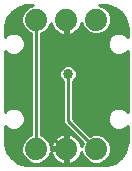
<source format=gbl>
G75*
%MOIN*%
%OFA0B0*%
%FSLAX25Y25*%
%IPPOS*%
%LPD*%
%AMOC8*
5,1,8,0,0,1.08239X$1,22.5*
%
%ADD10C,0.07400*%
%ADD11C,0.03400*%
%ADD12C,0.01000*%
D10*
X0015685Y0011000D03*
X0025685Y0011000D03*
X0035685Y0011000D03*
X0035685Y0054125D03*
X0025685Y0054125D03*
X0015685Y0054125D03*
D11*
X0020685Y0049125D03*
X0026310Y0036000D03*
X0042560Y0038500D03*
X0020685Y0015375D03*
D12*
X0012720Y0007036D02*
X0008639Y0007036D01*
X0009553Y0006372D02*
X0007528Y0007843D01*
X0006057Y0009868D01*
X0005283Y0012249D01*
X0005185Y0013500D01*
X0005185Y0018767D01*
X0006089Y0017863D01*
X0007449Y0017300D01*
X0008921Y0017300D01*
X0010281Y0017863D01*
X0011322Y0018904D01*
X0011885Y0020264D01*
X0011885Y0021736D01*
X0011322Y0023096D01*
X0010281Y0024137D01*
X0008921Y0024700D01*
X0007449Y0024700D01*
X0006089Y0024137D01*
X0005185Y0023233D01*
X0005185Y0043767D01*
X0006089Y0042863D01*
X0007449Y0042300D01*
X0008921Y0042300D01*
X0010281Y0042863D01*
X0011322Y0043904D01*
X0011885Y0045264D01*
X0011885Y0046736D01*
X0011322Y0048096D01*
X0010281Y0049137D01*
X0008921Y0049700D01*
X0007449Y0049700D01*
X0006089Y0049137D01*
X0005185Y0048233D01*
X0005185Y0051000D01*
X0005283Y0052251D01*
X0006057Y0054632D01*
X0007528Y0056657D01*
X0009553Y0058128D01*
X0011934Y0058902D01*
X0013185Y0059000D01*
X0014650Y0059000D01*
X0012909Y0058279D01*
X0011531Y0056901D01*
X0010785Y0055100D01*
X0010785Y0053150D01*
X0011531Y0051349D01*
X0012909Y0049971D01*
X0013985Y0049525D01*
X0013985Y0015600D01*
X0012909Y0015154D01*
X0011531Y0013776D01*
X0010785Y0011975D01*
X0010785Y0010025D01*
X0011531Y0008224D01*
X0012909Y0006846D01*
X0014710Y0006100D01*
X0016660Y0006100D01*
X0018461Y0006846D01*
X0019839Y0008224D01*
X0020577Y0010007D01*
X0020613Y0009782D01*
X0020866Y0009004D01*
X0021238Y0008275D01*
X0021719Y0007612D01*
X0022297Y0007034D01*
X0022960Y0006553D01*
X0023689Y0006181D01*
X0024467Y0005928D01*
X0025185Y0005814D01*
X0025185Y0010500D01*
X0026185Y0010500D01*
X0026185Y0005814D01*
X0026903Y0005928D01*
X0027681Y0006181D01*
X0028410Y0006553D01*
X0029073Y0007034D01*
X0029651Y0007612D01*
X0030132Y0008275D01*
X0030504Y0009004D01*
X0030757Y0009782D01*
X0030793Y0010007D01*
X0031531Y0008224D01*
X0032909Y0006846D01*
X0034710Y0006100D01*
X0036660Y0006100D01*
X0038461Y0006846D01*
X0039839Y0008224D01*
X0040585Y0010025D01*
X0040585Y0011975D01*
X0039839Y0013776D01*
X0038461Y0015154D01*
X0036660Y0015900D01*
X0034710Y0015900D01*
X0033635Y0015454D01*
X0028010Y0021079D01*
X0028010Y0033599D01*
X0028768Y0034357D01*
X0029210Y0035423D01*
X0029210Y0036577D01*
X0028768Y0037643D01*
X0027953Y0038458D01*
X0026887Y0038900D01*
X0025733Y0038900D01*
X0024667Y0038458D01*
X0023851Y0037643D01*
X0023410Y0036577D01*
X0023410Y0035423D01*
X0023851Y0034357D01*
X0024610Y0033599D01*
X0024610Y0019671D01*
X0031231Y0013050D01*
X0030793Y0011993D01*
X0030757Y0012218D01*
X0030504Y0012996D01*
X0030132Y0013725D01*
X0029651Y0014388D01*
X0029073Y0014966D01*
X0028410Y0015447D01*
X0027681Y0015819D01*
X0026903Y0016072D01*
X0026185Y0016186D01*
X0026185Y0011500D01*
X0025185Y0011500D01*
X0025185Y0016186D01*
X0024467Y0016072D01*
X0023689Y0015819D01*
X0022960Y0015447D01*
X0022297Y0014966D01*
X0021719Y0014388D01*
X0021238Y0013725D01*
X0020866Y0012996D01*
X0020613Y0012218D01*
X0020577Y0011993D01*
X0019839Y0013776D01*
X0018461Y0015154D01*
X0017385Y0015600D01*
X0017385Y0049525D01*
X0018461Y0049971D01*
X0019839Y0051349D01*
X0020577Y0053132D01*
X0020613Y0052907D01*
X0020866Y0052129D01*
X0021238Y0051400D01*
X0021719Y0050737D01*
X0022297Y0050159D01*
X0022960Y0049678D01*
X0023689Y0049306D01*
X0024467Y0049053D01*
X0025185Y0048939D01*
X0025185Y0053625D01*
X0026185Y0053625D01*
X0026185Y0048939D01*
X0026903Y0049053D01*
X0027681Y0049306D01*
X0028410Y0049678D01*
X0029073Y0050159D01*
X0029651Y0050737D01*
X0030132Y0051400D01*
X0030504Y0052129D01*
X0030757Y0052907D01*
X0030793Y0053132D01*
X0031531Y0051349D01*
X0032909Y0049971D01*
X0034710Y0049225D01*
X0036660Y0049225D01*
X0038461Y0049971D01*
X0039839Y0051349D01*
X0040585Y0053150D01*
X0040585Y0055100D01*
X0039839Y0056901D01*
X0038461Y0058279D01*
X0036720Y0059000D01*
X0038185Y0059000D01*
X0039436Y0058902D01*
X0041817Y0058128D01*
X0043842Y0056657D01*
X0045313Y0054632D01*
X0046086Y0052251D01*
X0046185Y0051000D01*
X0046185Y0048233D01*
X0045281Y0049137D01*
X0043921Y0049700D01*
X0042449Y0049700D01*
X0041089Y0049137D01*
X0040048Y0048096D01*
X0039485Y0046736D01*
X0039485Y0045264D01*
X0040048Y0043904D01*
X0041089Y0042863D01*
X0042449Y0042300D01*
X0043921Y0042300D01*
X0045281Y0042863D01*
X0046185Y0043767D01*
X0046185Y0023233D01*
X0045281Y0024137D01*
X0043921Y0024700D01*
X0042449Y0024700D01*
X0041089Y0024137D01*
X0040048Y0023096D01*
X0039485Y0021736D01*
X0039485Y0020264D01*
X0040048Y0018904D01*
X0041089Y0017863D01*
X0042449Y0017300D01*
X0043921Y0017300D01*
X0045281Y0017863D01*
X0046185Y0018767D01*
X0046185Y0013500D01*
X0046086Y0012249D01*
X0045313Y0009868D01*
X0043842Y0007843D01*
X0041817Y0006372D01*
X0039436Y0005598D01*
X0038185Y0005500D01*
X0013185Y0005500D01*
X0011934Y0005598D01*
X0009553Y0006372D01*
X0010583Y0006037D02*
X0024131Y0006037D01*
X0025185Y0006037D02*
X0026185Y0006037D01*
X0026185Y0007036D02*
X0025185Y0007036D01*
X0025185Y0008034D02*
X0026185Y0008034D01*
X0026185Y0009033D02*
X0025185Y0009033D01*
X0025185Y0010031D02*
X0026185Y0010031D01*
X0025685Y0011000D02*
X0025060Y0011000D01*
X0020685Y0015375D01*
X0020685Y0049125D01*
X0025685Y0049125D01*
X0025685Y0054125D01*
X0025185Y0052967D02*
X0026185Y0052967D01*
X0026185Y0051969D02*
X0025185Y0051969D01*
X0025185Y0050970D02*
X0026185Y0050970D01*
X0026185Y0049972D02*
X0025185Y0049972D01*
X0025685Y0049125D02*
X0036310Y0038500D01*
X0042560Y0038500D01*
X0046185Y0038988D02*
X0017385Y0038988D01*
X0017385Y0037990D02*
X0024198Y0037990D01*
X0023582Y0036991D02*
X0017385Y0036991D01*
X0017385Y0035993D02*
X0023410Y0035993D01*
X0023588Y0034994D02*
X0017385Y0034994D01*
X0017385Y0033996D02*
X0024213Y0033996D01*
X0024610Y0032997D02*
X0017385Y0032997D01*
X0017385Y0031999D02*
X0024610Y0031999D01*
X0024610Y0031000D02*
X0017385Y0031000D01*
X0017385Y0030001D02*
X0024610Y0030001D01*
X0024610Y0029003D02*
X0017385Y0029003D01*
X0017385Y0028004D02*
X0024610Y0028004D01*
X0024610Y0027006D02*
X0017385Y0027006D01*
X0017385Y0026007D02*
X0024610Y0026007D01*
X0024610Y0025009D02*
X0017385Y0025009D01*
X0017385Y0024010D02*
X0024610Y0024010D01*
X0024610Y0023012D02*
X0017385Y0023012D01*
X0017385Y0022013D02*
X0024610Y0022013D01*
X0024610Y0021015D02*
X0017385Y0021015D01*
X0017385Y0020016D02*
X0024610Y0020016D01*
X0025263Y0019018D02*
X0017385Y0019018D01*
X0017385Y0018019D02*
X0026261Y0018019D01*
X0027260Y0017021D02*
X0017385Y0017021D01*
X0017385Y0016022D02*
X0024315Y0016022D01*
X0025185Y0016022D02*
X0026185Y0016022D01*
X0027055Y0016022D02*
X0028258Y0016022D01*
X0028993Y0015024D02*
X0029257Y0015024D01*
X0029915Y0014025D02*
X0030256Y0014025D01*
X0030488Y0013027D02*
X0031221Y0013027D01*
X0030807Y0012028D02*
X0030787Y0012028D01*
X0030513Y0009033D02*
X0031196Y0009033D01*
X0031721Y0008034D02*
X0029958Y0008034D01*
X0029075Y0007036D02*
X0032720Y0007036D01*
X0035685Y0011000D02*
X0026310Y0020375D01*
X0026310Y0036000D01*
X0028407Y0033996D02*
X0046185Y0033996D01*
X0046185Y0034994D02*
X0029032Y0034994D01*
X0029210Y0035993D02*
X0046185Y0035993D01*
X0046185Y0036991D02*
X0029038Y0036991D01*
X0028422Y0037990D02*
X0046185Y0037990D01*
X0046185Y0039987D02*
X0017385Y0039987D01*
X0017385Y0040985D02*
X0046185Y0040985D01*
X0046185Y0041984D02*
X0017385Y0041984D01*
X0017385Y0042982D02*
X0040970Y0042982D01*
X0040017Y0043981D02*
X0017385Y0043981D01*
X0017385Y0044979D02*
X0039603Y0044979D01*
X0039485Y0045978D02*
X0017385Y0045978D01*
X0017385Y0046976D02*
X0039584Y0046976D01*
X0039998Y0047975D02*
X0017385Y0047975D01*
X0017385Y0048973D02*
X0024971Y0048973D01*
X0025185Y0048973D02*
X0026185Y0048973D01*
X0026399Y0048973D02*
X0040926Y0048973D01*
X0039460Y0050970D02*
X0046185Y0050970D01*
X0046109Y0051969D02*
X0040096Y0051969D01*
X0040509Y0052967D02*
X0045854Y0052967D01*
X0045529Y0053966D02*
X0040585Y0053966D01*
X0040585Y0054964D02*
X0045072Y0054964D01*
X0044346Y0055963D02*
X0040227Y0055963D01*
X0039778Y0056961D02*
X0043423Y0056961D01*
X0042048Y0057960D02*
X0038780Y0057960D01*
X0038715Y0058958D02*
X0036821Y0058958D01*
X0030861Y0052967D02*
X0030766Y0052967D01*
X0030422Y0051969D02*
X0031274Y0051969D01*
X0031910Y0050970D02*
X0029820Y0050970D01*
X0028815Y0049972D02*
X0032909Y0049972D01*
X0038461Y0049972D02*
X0046185Y0049972D01*
X0046185Y0048973D02*
X0045444Y0048973D01*
X0045400Y0042982D02*
X0046185Y0042982D01*
X0046185Y0032997D02*
X0028010Y0032997D01*
X0028010Y0031999D02*
X0046185Y0031999D01*
X0046185Y0031000D02*
X0028010Y0031000D01*
X0028010Y0030001D02*
X0046185Y0030001D01*
X0046185Y0029003D02*
X0028010Y0029003D01*
X0028010Y0028004D02*
X0046185Y0028004D01*
X0046185Y0027006D02*
X0028010Y0027006D01*
X0028010Y0026007D02*
X0046185Y0026007D01*
X0046185Y0025009D02*
X0028010Y0025009D01*
X0028010Y0024010D02*
X0040963Y0024010D01*
X0040014Y0023012D02*
X0028010Y0023012D01*
X0028010Y0022013D02*
X0039600Y0022013D01*
X0039485Y0021015D02*
X0028074Y0021015D01*
X0029073Y0020016D02*
X0039588Y0020016D01*
X0040001Y0019018D02*
X0030071Y0019018D01*
X0031070Y0018019D02*
X0040933Y0018019D01*
X0038591Y0015024D02*
X0046185Y0015024D01*
X0046185Y0016022D02*
X0033067Y0016022D01*
X0032068Y0017021D02*
X0046185Y0017021D01*
X0046185Y0018019D02*
X0045437Y0018019D01*
X0046185Y0014025D02*
X0039589Y0014025D01*
X0040149Y0013027D02*
X0046148Y0013027D01*
X0046015Y0012028D02*
X0040563Y0012028D01*
X0040585Y0011030D02*
X0045691Y0011030D01*
X0045366Y0010031D02*
X0040585Y0010031D01*
X0040174Y0009033D02*
X0044706Y0009033D01*
X0043981Y0008034D02*
X0039649Y0008034D01*
X0038650Y0007036D02*
X0042731Y0007036D01*
X0040787Y0006037D02*
X0027239Y0006037D01*
X0022295Y0007036D02*
X0018650Y0007036D01*
X0019649Y0008034D02*
X0021412Y0008034D01*
X0020857Y0009033D02*
X0020174Y0009033D01*
X0020585Y0010500D02*
X0020585Y0011500D01*
X0025185Y0011500D01*
X0025185Y0010500D01*
X0020585Y0010500D01*
X0020585Y0011030D02*
X0025185Y0011030D01*
X0025185Y0012028D02*
X0026185Y0012028D01*
X0026185Y0013027D02*
X0025185Y0013027D01*
X0025185Y0014025D02*
X0026185Y0014025D01*
X0026185Y0015024D02*
X0025185Y0015024D01*
X0022377Y0015024D02*
X0018591Y0015024D01*
X0019589Y0014025D02*
X0021455Y0014025D01*
X0020882Y0013027D02*
X0020149Y0013027D01*
X0020563Y0012028D02*
X0020583Y0012028D01*
X0015685Y0011000D02*
X0015685Y0054125D01*
X0019460Y0050970D02*
X0021550Y0050970D01*
X0020948Y0051969D02*
X0020096Y0051969D01*
X0020509Y0052967D02*
X0020604Y0052967D01*
X0022555Y0049972D02*
X0018461Y0049972D01*
X0013985Y0048973D02*
X0010444Y0048973D01*
X0011372Y0047975D02*
X0013985Y0047975D01*
X0013985Y0046976D02*
X0011785Y0046976D01*
X0011885Y0045978D02*
X0013985Y0045978D01*
X0013985Y0044979D02*
X0011767Y0044979D01*
X0011353Y0043981D02*
X0013985Y0043981D01*
X0013985Y0042982D02*
X0010400Y0042982D01*
X0013985Y0041984D02*
X0005185Y0041984D01*
X0005185Y0042982D02*
X0005970Y0042982D01*
X0005185Y0040985D02*
X0013985Y0040985D01*
X0013985Y0039987D02*
X0005185Y0039987D01*
X0005185Y0038988D02*
X0013985Y0038988D01*
X0013985Y0037990D02*
X0005185Y0037990D01*
X0005185Y0036991D02*
X0013985Y0036991D01*
X0013985Y0035993D02*
X0005185Y0035993D01*
X0005185Y0034994D02*
X0013985Y0034994D01*
X0013985Y0033996D02*
X0005185Y0033996D01*
X0005185Y0032997D02*
X0013985Y0032997D01*
X0013985Y0031999D02*
X0005185Y0031999D01*
X0005185Y0031000D02*
X0013985Y0031000D01*
X0013985Y0030001D02*
X0005185Y0030001D01*
X0005185Y0029003D02*
X0013985Y0029003D01*
X0013985Y0028004D02*
X0005185Y0028004D01*
X0005185Y0027006D02*
X0013985Y0027006D01*
X0013985Y0026007D02*
X0005185Y0026007D01*
X0005185Y0025009D02*
X0013985Y0025009D01*
X0013985Y0024010D02*
X0010407Y0024010D01*
X0011356Y0023012D02*
X0013985Y0023012D01*
X0013985Y0022013D02*
X0011770Y0022013D01*
X0011885Y0021015D02*
X0013985Y0021015D01*
X0013985Y0020016D02*
X0011782Y0020016D01*
X0011369Y0019018D02*
X0013985Y0019018D01*
X0013985Y0018019D02*
X0010437Y0018019D01*
X0012779Y0015024D02*
X0005185Y0015024D01*
X0005185Y0016022D02*
X0013985Y0016022D01*
X0013985Y0017021D02*
X0005185Y0017021D01*
X0005185Y0018019D02*
X0005933Y0018019D01*
X0005185Y0014025D02*
X0011781Y0014025D01*
X0011221Y0013027D02*
X0005222Y0013027D01*
X0005355Y0012028D02*
X0010807Y0012028D01*
X0010785Y0011030D02*
X0005679Y0011030D01*
X0006004Y0010031D02*
X0010785Y0010031D01*
X0011196Y0009033D02*
X0006664Y0009033D01*
X0007389Y0008034D02*
X0011721Y0008034D01*
X0005963Y0024010D02*
X0005185Y0024010D01*
X0005185Y0048973D02*
X0005926Y0048973D01*
X0005185Y0049972D02*
X0012909Y0049972D01*
X0011910Y0050970D02*
X0005185Y0050970D01*
X0005261Y0051969D02*
X0011274Y0051969D01*
X0010861Y0052967D02*
X0005516Y0052967D01*
X0005840Y0053966D02*
X0010785Y0053966D01*
X0010785Y0054964D02*
X0006298Y0054964D01*
X0007024Y0055963D02*
X0011143Y0055963D01*
X0011592Y0056961D02*
X0007947Y0056961D01*
X0009321Y0057960D02*
X0012590Y0057960D01*
X0012655Y0058958D02*
X0014549Y0058958D01*
X0045407Y0024010D02*
X0046185Y0024010D01*
M02*

</source>
